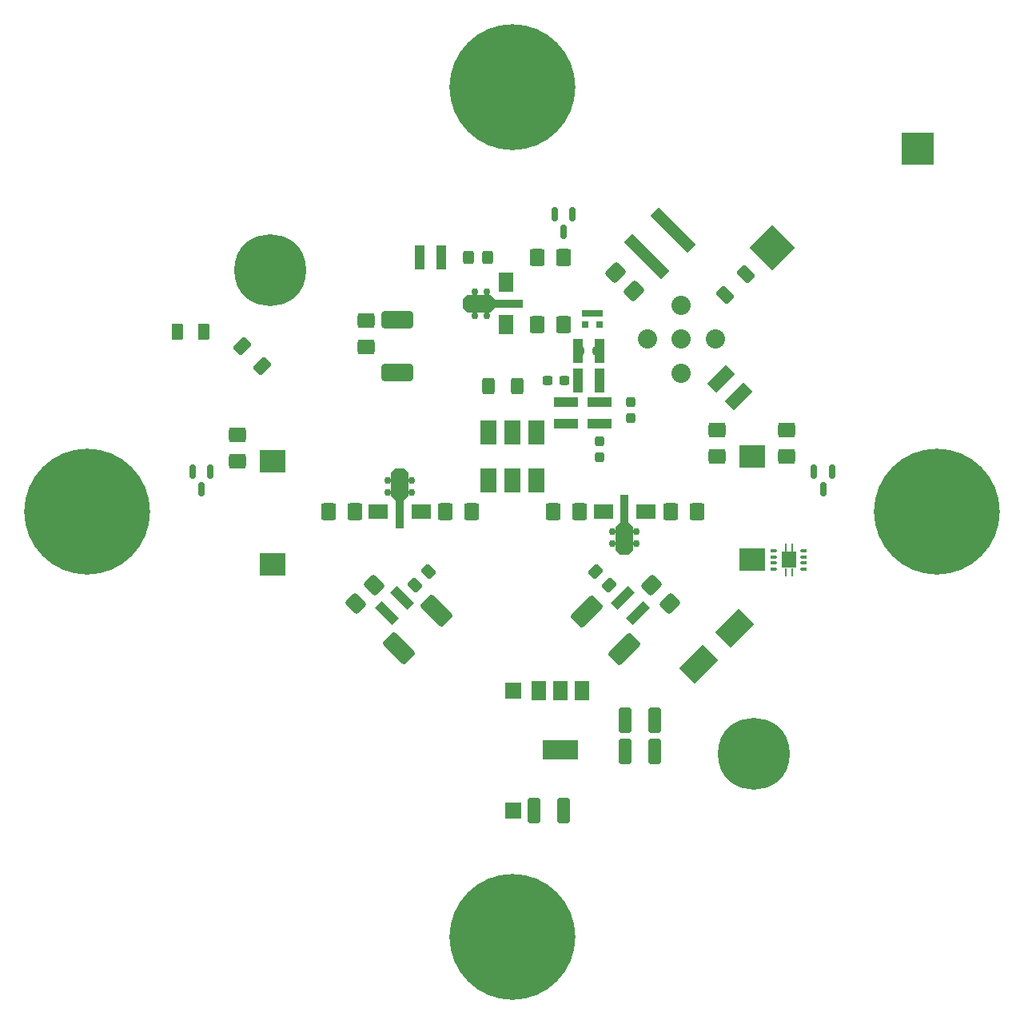
<source format=gbr>
G04 #@! TF.GenerationSoftware,KiCad,Pcbnew,6.0.4-6f826c9f35~116~ubuntu20.04.1*
G04 #@! TF.CreationDate,2022-04-14T13:24:01-04:00*
G04 #@! TF.ProjectId,LWA Balun 2020,4c574120-4261-46c7-956e-20323032302e,rev?*
G04 #@! TF.SameCoordinates,Original*
G04 #@! TF.FileFunction,Soldermask,Top*
G04 #@! TF.FilePolarity,Negative*
%FSLAX46Y46*%
G04 Gerber Fmt 4.6, Leading zero omitted, Abs format (unit mm)*
G04 Created by KiCad (PCBNEW 6.0.4-6f826c9f35~116~ubuntu20.04.1) date 2022-04-14 13:24:01*
%MOMM*%
%LPD*%
G01*
G04 APERTURE LIST*
G04 Aperture macros list*
%AMRoundRect*
0 Rectangle with rounded corners*
0 $1 Rounding radius*
0 $2 $3 $4 $5 $6 $7 $8 $9 X,Y pos of 4 corners*
0 Add a 4 corners polygon primitive as box body*
4,1,4,$2,$3,$4,$5,$6,$7,$8,$9,$2,$3,0*
0 Add four circle primitives for the rounded corners*
1,1,$1+$1,$2,$3*
1,1,$1+$1,$4,$5*
1,1,$1+$1,$6,$7*
1,1,$1+$1,$8,$9*
0 Add four rect primitives between the rounded corners*
20,1,$1+$1,$2,$3,$4,$5,0*
20,1,$1+$1,$4,$5,$6,$7,0*
20,1,$1+$1,$6,$7,$8,$9,0*
20,1,$1+$1,$8,$9,$2,$3,0*%
%AMRotRect*
0 Rectangle, with rotation*
0 The origin of the aperture is its center*
0 $1 length*
0 $2 width*
0 $3 Rotation angle, in degrees counterclockwise*
0 Add horizontal line*
21,1,$1,$2,0,0,$3*%
%AMFreePoly0*
4,1,11,0.952500,4.102100,0.952500,1.676400,0.457200,1.181100,0.457200,-1.816100,-0.457200,-1.816100,-0.457200,1.181100,-0.952500,1.676400,-0.952500,4.102100,-0.457200,4.597400,0.457200,4.597400,0.952500,4.102100,0.952500,4.102100,$1*%
G04 Aperture macros list end*
%ADD10RotRect,3.500000X2.300000X45.000000*%
%ADD11RoundRect,0.250000X-0.375000X-0.625000X0.375000X-0.625000X0.375000X0.625000X-0.375000X0.625000X0*%
%ADD12RoundRect,0.250000X0.548008X0.088388X0.088388X0.548008X-0.548008X-0.088388X-0.088388X-0.548008X0*%
%ADD13C,13.335000*%
%ADD14R,1.651000X2.540000*%
%ADD15RotRect,1.016000X2.540000X45.000000*%
%ADD16RotRect,1.016000X2.540000X135.000000*%
%ADD17R,3.450001X3.450001*%
%ADD18R,2.159000X1.600200*%
%ADD19C,0.762000*%
%ADD20FreePoly0,0.000000*%
%ADD21R,1.600200X2.159000*%
%ADD22FreePoly0,90.000000*%
%ADD23R,2.794000X2.438400*%
%ADD24R,1.016000X2.540000*%
%ADD25RoundRect,0.250000X-0.325000X-0.450000X0.325000X-0.450000X0.325000X0.450000X-0.325000X0.450000X0*%
%ADD26RotRect,1.397000X2.794000X315.000000*%
%ADD27RotRect,1.270000X5.588000X225.000000*%
%ADD28RotRect,1.270000X5.588000X45.000000*%
%ADD29C,7.620000*%
%ADD30RoundRect,0.250000X0.088388X-0.548008X0.548008X-0.088388X-0.088388X0.548008X-0.548008X0.088388X0*%
%ADD31RoundRect,0.280000X-0.070711X0.806102X-0.806102X0.070711X0.070711X-0.806102X0.806102X-0.070711X0*%
%ADD32RoundRect,0.280000X-0.806102X-0.070711X-0.070711X-0.806102X0.806102X0.070711X0.070711X0.806102X0*%
%ADD33RoundRect,0.280000X0.520000X0.620000X-0.520000X0.620000X-0.520000X-0.620000X0.520000X-0.620000X0*%
%ADD34RoundRect,0.280000X-0.520000X-0.620000X0.520000X-0.620000X0.520000X0.620000X-0.520000X0.620000X0*%
%ADD35RoundRect,0.280000X0.620000X-0.520000X0.620000X0.520000X-0.620000X0.520000X-0.620000X-0.520000X0*%
%ADD36RoundRect,0.280000X-0.620000X0.520000X-0.620000X-0.520000X0.620000X-0.520000X0.620000X0.520000X0*%
%ADD37RoundRect,0.295200X-0.548008X1.403324X-1.403324X0.548008X0.548008X-1.403324X1.403324X-0.548008X0*%
%ADD38RoundRect,0.295200X1.379800X-0.604800X1.379800X0.604800X-1.379800X0.604800X-1.379800X-0.604800X0*%
%ADD39RoundRect,0.295200X-1.403324X-0.548008X-0.548008X-1.403324X1.403324X0.548008X0.548008X1.403324X0*%
%ADD40R,2.540000X1.016000*%
%ADD41FreePoly0,180.000000*%
%ADD42RoundRect,0.280000X0.806102X0.070711X0.070711X0.806102X-0.806102X-0.070711X-0.070711X-0.806102X0*%
%ADD43RoundRect,0.237500X0.237500X-0.300000X0.237500X0.300000X-0.237500X0.300000X-0.237500X-0.300000X0*%
%ADD44RoundRect,0.237500X-0.300000X-0.237500X0.300000X-0.237500X0.300000X0.237500X-0.300000X0.237500X0*%
%ADD45RoundRect,0.250000X0.400000X0.625000X-0.400000X0.625000X-0.400000X-0.625000X0.400000X-0.625000X0*%
%ADD46R,0.800000X0.700000*%
%ADD47R,2.300000X0.700000*%
%ADD48RoundRect,0.150000X-0.150000X0.587500X-0.150000X-0.587500X0.150000X-0.587500X0.150000X0.587500X0*%
%ADD49RoundRect,0.250000X0.159099X-0.724784X0.724784X-0.159099X-0.159099X0.724784X-0.724784X0.159099X0*%
%ADD50RotRect,3.450001X3.450001X45.000000*%
%ADD51RoundRect,0.237500X-0.250000X-0.237500X0.250000X-0.237500X0.250000X0.237500X-0.250000X0.237500X0*%
%ADD52RoundRect,0.250000X0.412500X1.100000X-0.412500X1.100000X-0.412500X-1.100000X0.412500X-1.100000X0*%
%ADD53R,1.500000X2.000000*%
%ADD54R,3.800000X2.000000*%
%ADD55R,1.778000X1.778000*%
%ADD56O,0.650000X0.400000*%
%ADD57R,0.300000X0.400000*%
%ADD58R,0.230000X0.825000*%
%ADD59R,1.500000X1.750000*%
%ADD60RoundRect,0.250000X0.724784X0.159099X0.159099X0.724784X-0.724784X-0.159099X-0.159099X-0.724784X0*%
%ADD61C,2.032000*%
G04 APERTURE END LIST*
D10*
G04 #@! TO.C,D1*
X166076514Y-116193696D03*
X169894890Y-112375320D03*
G04 #@! TD*
D11*
G04 #@! TO.C,D8*
X110868000Y-81026000D03*
X113668000Y-81026000D03*
G04 #@! TD*
D12*
G04 #@! TO.C,FB2*
X156589138Y-107821138D03*
X155139570Y-106371570D03*
G04 #@! TD*
D13*
G04 #@! TO.C,FP1*
X101304000Y-100076000D03*
G04 #@! TD*
G04 #@! TO.C,FP2*
X191304000Y-100076000D03*
G04 #@! TD*
G04 #@! TO.C,FP3*
X146304000Y-55076000D03*
G04 #@! TD*
G04 #@! TO.C,FP4*
X146304000Y-145076000D03*
G04 #@! TD*
D14*
G04 #@! TO.C,H1*
X148844000Y-91694000D03*
X146304000Y-91694000D03*
X143764000Y-91694000D03*
X143764000Y-96774000D03*
X146304000Y-96774000D03*
X148844000Y-96774000D03*
G04 #@! TD*
D15*
G04 #@! TO.C,L1*
X133000730Y-110839270D03*
X134617176Y-109222824D03*
G04 #@! TD*
D16*
G04 #@! TO.C,L2*
X159604436Y-110836436D03*
X157987990Y-109219990D03*
G04 #@! TD*
D17*
G04 #@! TO.C,TP2*
X189230000Y-61595000D03*
G04 #@! TD*
D18*
G04 #@! TO.C,U1*
X132130800Y-100076000D03*
D19*
X133121400Y-98018600D03*
X135661400Y-96748600D03*
X134391400Y-96748600D03*
X133121400Y-96748600D03*
D20*
X134391400Y-100076000D03*
D19*
X134391400Y-98018600D03*
X135661400Y-98018600D03*
X134391400Y-101384100D03*
D18*
X136652000Y-100076000D03*
G04 #@! TD*
D21*
G04 #@! TO.C,U4*
X145669000Y-80264000D03*
D19*
X143611600Y-79273400D03*
X143611600Y-76733400D03*
X143611600Y-78003400D03*
X146977100Y-78003400D03*
X142341600Y-76733400D03*
X142341600Y-78003400D03*
X142341600Y-79273400D03*
D22*
X145669000Y-78003400D03*
D21*
X145669000Y-75742800D03*
G04 #@! TD*
D23*
G04 #@! TO.C,JP2*
X120904000Y-94764000D03*
X120904000Y-105664000D03*
G04 #@! TD*
D24*
G04 #@! TO.C,L4*
X136521012Y-73152000D03*
X138807012Y-73152000D03*
G04 #@! TD*
D25*
G04 #@! TO.C,FB3*
X141646000Y-73152000D03*
X143696000Y-73152000D03*
G04 #@! TD*
D26*
G04 #@! TO.C,L3*
X168402000Y-85979000D03*
X170287854Y-87864854D03*
G04 #@! TD*
D27*
G04 #@! TO.C,GDT1*
X163329840Y-70223160D03*
D28*
X160528000Y-73025000D03*
G04 #@! TD*
D29*
G04 #@! TO.C,MH1*
X171929628Y-125701628D03*
G04 #@! TD*
D30*
G04 #@! TO.C,FB1*
X136018862Y-107821138D03*
X137468430Y-106371570D03*
G04 #@! TD*
D29*
G04 #@! TO.C,MH2*
X120678372Y-74450372D03*
G04 #@! TD*
D31*
G04 #@! TO.C,C2*
X131708770Y-107830640D03*
X129728872Y-109810538D03*
G04 #@! TD*
D32*
G04 #@! TO.C,C3*
X161022982Y-107809982D03*
X163002880Y-109789880D03*
G04 #@! TD*
D33*
G04 #@! TO.C,C5*
X141986000Y-100076000D03*
X139186000Y-100076000D03*
G04 #@! TD*
D34*
G04 #@! TO.C,C6*
X150622000Y-100076000D03*
X153422000Y-100076000D03*
G04 #@! TD*
G04 #@! TO.C,C7*
X163067997Y-100076000D03*
X165867997Y-100076000D03*
G04 #@! TD*
D33*
G04 #@! TO.C,C8*
X151731500Y-73152000D03*
X148931500Y-73152000D03*
G04 #@! TD*
D35*
G04 #@! TO.C,C9*
X130810000Y-82640500D03*
X130810000Y-79840500D03*
G04 #@! TD*
D34*
G04 #@! TO.C,C11*
X148931500Y-80264000D03*
X151731500Y-80264000D03*
G04 #@! TD*
D36*
G04 #@! TO.C,C12*
X168024000Y-91456000D03*
X168024000Y-94256000D03*
G04 #@! TD*
G04 #@! TO.C,C13*
X175384000Y-91456000D03*
X175384000Y-94256000D03*
G04 #@! TD*
G04 #@! TO.C,C15*
X117221000Y-91942000D03*
X117221000Y-94742000D03*
G04 #@! TD*
D37*
G04 #@! TO.C,R1*
X138250898Y-110536712D03*
X134291100Y-114496510D03*
G04 #@! TD*
D38*
G04 #@! TO.C,R6*
X134112000Y-85350000D03*
X134112000Y-79750000D03*
G04 #@! TD*
D39*
G04 #@! TO.C,R2*
X154230102Y-110663712D03*
X158189900Y-114623510D03*
G04 #@! TD*
D40*
G04 #@! TO.C,L6*
X151993600Y-88438810D03*
X151993600Y-90724810D03*
G04 #@! TD*
G04 #@! TO.C,L5*
X155524200Y-90724810D03*
X155524200Y-88438810D03*
G04 #@! TD*
D18*
G04 #@! TO.C,U2*
X160477200Y-100076000D03*
D19*
X156946600Y-102133400D03*
X159486600Y-103403400D03*
X156946600Y-103403400D03*
X159486600Y-102133400D03*
D41*
X158216600Y-100076000D03*
D19*
X158216600Y-102133400D03*
X158216600Y-98767900D03*
X158216600Y-103403400D03*
D18*
X155956000Y-100076000D03*
G04 #@! TD*
D33*
G04 #@! TO.C,C4*
X129627500Y-100076000D03*
X126827500Y-100076000D03*
G04 #@! TD*
D42*
G04 #@! TO.C,C19*
X159232600Y-76682600D03*
X157252702Y-74702702D03*
G04 #@! TD*
D43*
G04 #@! TO.C,C14*
X158826200Y-90176310D03*
X158826200Y-88451310D03*
G04 #@! TD*
G04 #@! TO.C,C17*
X155524200Y-94320500D03*
X155524200Y-92595500D03*
G04 #@! TD*
D24*
G04 #@! TO.C,L7*
X155524200Y-86207600D03*
X153238200Y-86207600D03*
G04 #@! TD*
D44*
G04 #@! TO.C,C20*
X150065400Y-86207600D03*
X151790400Y-86207600D03*
G04 #@! TD*
D45*
G04 #@! TO.C,R3*
X146864000Y-86741000D03*
X143764000Y-86741000D03*
G04 #@! TD*
D46*
G04 #@! TO.C,ATT1*
X155524200Y-80264000D03*
X154024200Y-80264000D03*
D47*
X154774200Y-79064000D03*
G04 #@! TD*
D48*
G04 #@! TO.C,D2*
X114329000Y-95852500D03*
X112429000Y-95852500D03*
X113379000Y-97727500D03*
G04 #@! TD*
G04 #@! TO.C,D4*
X180179000Y-95852500D03*
X178279000Y-95852500D03*
X179229000Y-97727500D03*
G04 #@! TD*
G04 #@! TO.C,D3*
X152681500Y-68547500D03*
X150781500Y-68547500D03*
X151731500Y-70422500D03*
G04 #@! TD*
D23*
G04 #@! TO.C,JP1*
X171704000Y-105156000D03*
X171704000Y-94256000D03*
G04 #@! TD*
D49*
G04 #@! TO.C,R4*
X168865805Y-77133195D03*
X171057837Y-74941163D03*
G04 #@! TD*
D50*
G04 #@! TO.C,TP1*
X173862990Y-72136000D03*
G04 #@! TD*
D51*
G04 #@! TO.C,L8*
X153468700Y-83058000D03*
D24*
X153238200Y-83058000D03*
X155524200Y-83058000D03*
D51*
X155293700Y-83058000D03*
G04 #@! TD*
D52*
G04 #@! TO.C,C16*
X151767000Y-131699000D03*
X148642000Y-131699000D03*
G04 #@! TD*
D53*
G04 #@! TO.C,U3*
X153698000Y-118999000D03*
X151398000Y-118999000D03*
D54*
X151398000Y-125299000D03*
D53*
X149098000Y-118999000D03*
G04 #@! TD*
D52*
G04 #@! TO.C,C18*
X161367000Y-125425200D03*
X158242000Y-125425200D03*
G04 #@! TD*
G04 #@! TO.C,C1*
X161367000Y-122113960D03*
X158242000Y-122113960D03*
G04 #@! TD*
D55*
G04 #@! TO.C,R7*
X146431000Y-131699000D03*
X146431000Y-118999000D03*
G04 #@! TD*
D56*
G04 #@! TO.C,U5*
X177151347Y-106147826D03*
D57*
X177351347Y-106147826D03*
X177351347Y-105497826D03*
D56*
X177151347Y-105497826D03*
X177151347Y-104847826D03*
D57*
X177351347Y-104847826D03*
D56*
X177151347Y-104197826D03*
D57*
X177351347Y-104197826D03*
D56*
X174051347Y-104197826D03*
D57*
X173851347Y-104197826D03*
X173851347Y-104847826D03*
D56*
X174051347Y-104847826D03*
D57*
X173851347Y-105497826D03*
D56*
X174051347Y-105497826D03*
X174051347Y-106147826D03*
D57*
X173851347Y-106147826D03*
D58*
X175276347Y-106460326D03*
X175926347Y-106460326D03*
D59*
X175601347Y-105172826D03*
D58*
X175926347Y-103885326D03*
X175276347Y-103885326D03*
G04 #@! TD*
D60*
G04 #@! TO.C,R5*
X119861950Y-84682950D03*
X117669918Y-82490918D03*
G04 #@! TD*
D61*
G04 #@! TO.C,S3*
X164211000Y-81788000D03*
X164211000Y-78195898D03*
X167803102Y-81788000D03*
X164211000Y-85380102D03*
X160618898Y-81788000D03*
G04 #@! TD*
M02*

</source>
